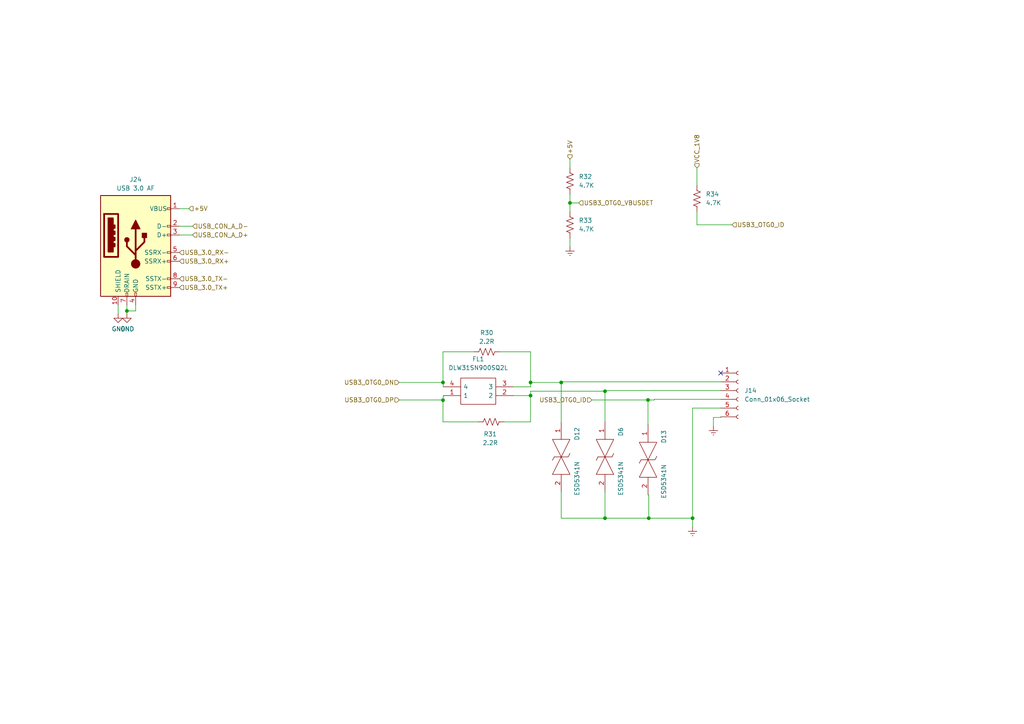
<source format=kicad_sch>
(kicad_sch (version 20230819) (generator eeschema)
  (paper "A4")
  (lib_symbols
    (symbol "Connector:Conn_01x06_Socket" (pin_names (offset 1.016) hide)
      (property "Reference" "J" (at 0 7.62 0))
      (property "Value" "Conn_01x06_Socket" (at 0 -10.16 0))
      (symbol "Conn_01x06_Socket_1_1"
        (arc (start 0 -7.112) (mid -0.5058 -7.62) (end 0 -8.128) (stroke (width 0.1524)))
        (arc (start 0 -4.572) (mid -0.5058 -5.08) (end 0 -5.588) (stroke (width 0.1524)))
        (arc (start 0 -2.032) (mid -0.5058 -2.54) (end 0 -3.048) (stroke (width 0.1524)))
        (polyline (pts (xy -1.27 -7.62) (xy -0.508 -7.62)) (stroke (width 0.1524)))
        (polyline (pts (xy -1.27 -5.08) (xy -0.508 -5.08)) (stroke (width 0.1524)))
        (polyline (pts (xy -1.27 -2.54) (xy -0.508 -2.54)) (stroke (width 0.1524)))
        (polyline (pts (xy -1.27 0) (xy -0.508 0)) (stroke (width 0.1524)))
        (polyline (pts (xy -1.27 2.54) (xy -0.508 2.54)) (stroke (width 0.1524)))
        (polyline (pts (xy -1.27 5.08) (xy -0.508 5.08)) (stroke (width 0.1524)))
        (arc (start 0 0.508) (mid -0.5058 0) (end 0 -0.508) (stroke (width 0.1524)))
        (arc (start 0 3.048) (mid -0.5058 2.54) (end 0 2.032) (stroke (width 0.1524)))
        (arc (start 0 5.588) (mid -0.5058 5.08) (end 0 4.572) (stroke (width 0.1524)))
        (pin passive line (at -5.08 5.08 0) (length 3.81) (name "Pin_1") (number "1"))
        (pin passive line (at -5.08 2.54 0) (length 3.81) (name "Pin_2") (number "2"))
        (pin passive line (at -5.08 0 0) (length 3.81) (name "Pin_3") (number "3"))
        (pin passive line (at -5.08 -2.54 0) (length 3.81) (name "Pin_4") (number "4"))
        (pin passive line (at -5.08 -5.08 0) (length 3.81) (name "Pin_5") (number "5"))
        (pin passive line (at -5.08 -7.62 0) (length 3.81) (name "Pin_6") (number "6"))
      )
    )
    (symbol "Connector:USB3_A" (pin_names (offset 1.016))
      (property "Reference" "J" (at -10.16 15.24 0))
      (property "Value" "USB3_A" (at 10.16 15.24 0))
      (symbol "USB3_A_0_0"
        (rectangle (start -9.144 8.636) (end -5.08 -3.81) (stroke (width 0.508)))
        (rectangle (start -7.874 7.366) (end -6.604 -2.286) (stroke (width 0.508)) (fill (type outline)))
        (rectangle (start -6.35 0) (end -6.096 -0.762) (stroke (width 0.508)))
        (rectangle (start -6.35 1.778) (end -6.096 1.016) (stroke (width 0.508)))
        (rectangle (start -6.35 3.556) (end -6.096 2.794) (stroke (width 0.508)))
        (rectangle (start -6.35 5.334) (end -6.096 4.572) (stroke (width 0.508)))
        (rectangle (start -2.794 -15.24) (end -2.286 -14.224))
        (rectangle (start -0.254 -15.24) (end 0.254 -14.224))
        (rectangle (start 10.16 -12.446) (end 9.144 -12.954))
        (rectangle (start 10.16 -9.906) (end 9.144 -10.414))
        (rectangle (start 10.16 -4.826) (end 9.144 -5.334))
        (rectangle (start 10.16 -2.286) (end 9.144 -2.794))
        (rectangle (start 10.16 2.794) (end 9.144 2.286))
        (rectangle (start 10.16 5.334) (end 9.144 4.826))
        (rectangle (start 10.16 10.414) (end 9.144 9.906))
      )
      (symbol "USB3_A_0_1"
        (rectangle (start -10.16 13.97) (end 10.16 -15.24) (stroke (width 0.254)) (fill (type background)))
      )
      (symbol "USB3_A_1_1"
        (circle (center -2.54 1.143) (radius 0.635) (stroke (width 0.254)) (fill (type outline)))
        (circle (center 0 -5.842) (radius 1.27) (fill (type outline)))
        (polyline (pts (xy 0 -5.842) (xy 0 4.318)) (stroke (width 0.508)))
        (polyline (pts (xy 0 -3.302) (xy -2.54 -0.762) (xy -2.54 0.508)) (stroke (width 0.508)))
        (polyline (pts (xy 0 -2.032) (xy 2.54 0.508) (xy 2.54 1.778)) (stroke (width 0.508)))
        (polyline (pts (xy -1.27 4.318) (xy 0 6.858) (xy 1.27 4.318) (xy -1.27 4.318)) (stroke (width 0.254)) (fill (type outline)))
        (rectangle (start 1.905 1.778) (end 3.175 3.048) (stroke (width 0.254)) (fill (type outline)))
        (pin power_in line (at 12.7 10.16 180) (length 2.54) (name "VBUS") (number "1"))
        (pin passive line (at -5.08 -17.78 90) (length 2.54) (name "SHIELD") (number "10"))
        (pin bidirectional line (at 12.7 5.08 180) (length 2.54) (name "D-") (number "2"))
        (pin bidirectional line (at 12.7 2.54 180) (length 2.54) (name "D+") (number "3"))
        (pin power_in line (at 0 -17.78 90) (length 2.54) (name "GND") (number "4"))
        (pin output line (at 12.7 -2.54 180) (length 2.54) (name "SSRX-") (number "5"))
        (pin output line (at 12.7 -5.08 180) (length 2.54) (name "SSRX+") (number "6"))
        (pin passive line (at -2.54 -17.78 90) (length 2.54) (name "DRAIN") (number "7"))
        (pin input line (at 12.7 -10.16 180) (length 2.54) (name "SSTX-") (number "8"))
        (pin input line (at 12.7 -12.7 180) (length 2.54) (name "SSTX+") (number "9"))
      )
    )
    (symbol "DLW31SN900SQ2L:DLW31SN900SQ2L" (pin_names (offset 0.762))
      (property "Reference" "FL" (at 16.51 7.62 0))
      (property "Value" "DLW31SN900SQ2L" (at 16.51 5.08 0))
      (symbol "DLW31SN900SQ2L_0_0"
        (pin passive line (at 0 -2.54 0) (length 5.08) (name "1") (number "1"))
        (pin passive line (at 20.32 -2.54 180) (length 5.08) (name "2") (number "2"))
        (pin passive line (at 20.32 0 180) (length 5.08) (name "3") (number "3"))
        (pin passive line (at 0 0 0) (length 5.08) (name "4") (number "4"))
      )
      (symbol "DLW31SN900SQ2L_0_1"
        (polyline (pts (xy 5.08 2.54) (xy 15.24 2.54) (xy 15.24 -5.08) (xy 5.08 -5.08) (xy 5.08 2.54)) (stroke (width 0.1524)))
      )
    )
    (symbol "Device:R_US" (pin_numbers hide) (pin_names (offset 0))
      (property "Reference" "R" (at 2.54 0 90))
      (property "Value" "R_US" (at -2.54 0 90))
      (symbol "R_US_0_1"
        (polyline (pts (xy 0 -2.286) (xy 0 -2.54)))
        (polyline (pts (xy 0 2.286) (xy 0 2.54)))
        (polyline (pts (xy 0 -0.762) (xy 1.016 -1.143) (xy 0 -1.524) (xy -1.016 -1.905) (xy 0 -2.286)))
        (polyline (pts (xy 0 0.762) (xy 1.016 0.381) (xy 0 0) (xy -1.016 -0.381) (xy 0 -0.762)))
        (polyline (pts (xy 0 2.286) (xy 1.016 1.905) (xy 0 1.524) (xy -1.016 1.143) (xy 0 0.762)))
      )
      (symbol "R_US_1_1"
        (pin passive line (at 0 3.81 270) (length 1.27) (name "~") (number "1"))
        (pin passive line (at 0 -3.81 90) (length 1.27) (name "~") (number "2"))
      )
    )
    (symbol "SP0402B-ULC-01ETG:SP0402B-ULC-01ETG" (pin_names (offset 0.762))
      (property "Reference" "D" (at 12.7 8.89 0))
      (property "Value" "SP0402B-ULC-01ETG" (at 12.7 6.35 0))
      (symbol "SP0402B-ULC-01ETG_0_0"
        (pin passive line (at 0 0 0) (length 5.08) (name "~") (number "1"))
        (pin passive line (at 20.32 0 180) (length 5.08) (name "~") (number "2"))
      )
      (symbol "SP0402B-ULC-01ETG_0_1"
        (polyline (pts (xy 9.144 2.54) (xy 10.16 2.032)) (stroke (width 0.1524)))
        (polyline (pts (xy 10.16 -2.032) (xy 10.16 2.032)) (stroke (width 0.1524)))
        (polyline (pts (xy 10.16 -2.032) (xy 11.176 -2.54)) (stroke (width 0.1524)))
        (polyline (pts (xy 10.16 0) (xy 5.08 -2.54) (xy 5.08 2.54) (xy 10.16 0)) (stroke (width 0.1524)))
        (polyline (pts (xy 10.16 0) (xy 15.24 -2.54) (xy 15.24 2.54) (xy 10.16 0)) (stroke (width 0.1524)))
      )
    )
    (symbol "power:Earth" (power) (pin_names (offset 0))
      (symbol "Earth_0_1"
        (polyline (pts (xy -0.635 -1.905) (xy 0.635 -1.905)))
        (polyline (pts (xy -0.127 -2.54) (xy 0.127 -2.54)))
        (polyline (pts (xy 0 -1.27) (xy 0 0)))
        (polyline (pts (xy 1.27 -1.27) (xy -1.27 -1.27)))
      )
      (symbol "Earth_1_1"
        (pin power_in line (at 0 0 270) (length 0) hide (name "Earth") (number "1"))
      )
    )
    (symbol "power:GND" (power) (pin_names (offset 0))
      (property "Value" "GND" (at 0 -3.81 0))
      (symbol "GND_0_1"
        (polyline (pts (xy 0 0) (xy 0 -1.27) (xy 1.27 -1.27) (xy 0 -2.54) (xy -1.27 -1.27) (xy 0 -1.27)))
      )
      (symbol "GND_1_1"
        (pin power_in line (at 0 0 270) (length 0) hide (name "GND") (number "1"))
      )
    )
  )
  (junction (at 165.3132 58.8557))
  (junction (at 162.7732 110.9257))
  (junction (at 188.1675 150.2957))
  (junction (at 128.4832 110.9257))
  (junction (at 153.8832 114.7367))
  (junction (at 175.4732 150.2957))
  (junction (at 128.4832 116.0685))
  (junction (at 200.8732 150.2957))
  (junction (at 187.9431 116.0057))
  (junction (at 153.8832 110.9257))
  (junction (at 36.8055 90.1822))
  (junction (at 175.4732 113.4657))
  (no_connect (at 209.042 108.204))
  (wire (pts (xy 189.7619 115.824) (xy 209.042 115.824)))
  (wire (pts (xy 202.1432 65.2057) (xy 212.3032 65.2057)))
  (wire (pts (xy 175.4732 150.2957) (xy 188.1675 150.2957)))
  (wire (pts (xy 153.8832 122.3557) (xy 146.2632 122.3557)))
  (wire (pts (xy 128.5532 112.1967) (xy 128.5532 110.9257)))
  (wire (pts (xy 128.5532 110.9257) (xy 128.4832 110.9257)))
  (wire (pts (xy 187.9431 123.19) (xy 187.96 123.19)))
  (wire (pts (xy 128.5532 116.0685) (xy 128.4832 116.0685)))
  (wire (pts (xy 165.3132 56.3157) (xy 165.3132 58.8557)))
  (wire (pts (xy 128.5532 114.7367) (xy 128.5532 116.0685)))
  (wire (pts (xy 202.1432 48.6957) (xy 202.1432 53.7757)))
  (wire (pts (xy 162.7732 150.2957) (xy 175.4732 150.2957)))
  (wire (pts (xy 115.7832 116.0057) (xy 128.4832 116.0057)))
  (wire (pts (xy 188.1675 150.2957) (xy 188.1675 143.51)))
  (wire (pts (xy 162.7732 110.744) (xy 162.7732 110.9257)))
  (wire (pts (xy 39.3455 90.1822) (xy 36.8055 90.1822)))
  (wire (pts (xy 162.7732 150.2957) (xy 162.7732 142.6757)))
  (wire (pts (xy 206.9135 121.0783) (xy 206.9135 123.6183)))
  (wire (pts (xy 162.7732 110.744) (xy 209.042 110.744)))
  (wire (pts (xy 175.4732 113.4657) (xy 175.4732 122.3557)))
  (wire (pts (xy 175.4732 113.4657) (xy 153.8832 113.4657)))
  (wire (pts (xy 153.8832 114.7367) (xy 153.8832 122.3557)))
  (wire (pts (xy 138.6432 122.3557) (xy 128.4832 122.3557)))
  (wire (pts (xy 128.4832 122.3557) (xy 128.4832 116.0685)))
  (wire (pts (xy 202.1432 61.3957) (xy 202.1432 65.2057)))
  (wire (pts (xy 36.8055 90.1822) (xy 36.8055 88.4767)))
  (wire (pts (xy 137.3732 102.0357) (xy 128.4832 102.0357)))
  (wire (pts (xy 209.042 113.284) (xy 175.4732 113.284)))
  (wire (pts (xy 128.4832 102.0357) (xy 128.4832 110.9257)))
  (wire (pts (xy 162.7732 110.9257) (xy 162.7732 122.3557)))
  (wire (pts (xy 165.3132 69.0157) (xy 165.3132 71.5557)))
  (wire (pts (xy 34.2655 91.0167) (xy 34.2655 88.4767)))
  (wire (pts (xy 36.8055 91.0167) (xy 36.8055 90.1822)))
  (wire (pts (xy 128.4832 116.0685) (xy 128.4832 116.0057)))
  (wire (pts (xy 188.1675 143.51) (xy 187.96 143.51)))
  (wire (pts (xy 54.7615 60.4945) (xy 54.7615 60.5367)))
  (wire (pts (xy 148.8732 112.1967) (xy 153.8832 112.1967)))
  (wire (pts (xy 209.042 121.0783) (xy 209.042 120.904)))
  (wire (pts (xy 39.3455 88.4767) (xy 39.3455 90.1822)))
  (wire (pts (xy 55.8555 65.6167) (xy 52.0455 65.6167)))
  (wire (pts (xy 200.8732 150.2957) (xy 200.8732 152.8357)))
  (wire (pts (xy 187.9431 116.0057) (xy 187.9431 123.19)))
  (wire (pts (xy 189.7619 116.0057) (xy 187.9431 116.0057)))
  (wire (pts (xy 54.7615 60.5367) (xy 52.0455 60.5367)))
  (wire (pts (xy 175.4732 113.284) (xy 175.4732 113.4657)))
  (wire (pts (xy 144.9932 102.0357) (xy 153.8832 102.0357)))
  (wire (pts (xy 188.1675 150.2957) (xy 200.8732 150.2957)))
  (wire (pts (xy 165.3132 58.8557) (xy 165.3132 61.3957)))
  (wire (pts (xy 52.0455 68.1567) (xy 55.8555 68.1567)))
  (wire (pts (xy 200.8732 118.364) (xy 200.8732 150.2957)))
  (wire (pts (xy 175.4732 150.2957) (xy 175.4732 142.6757)))
  (wire (pts (xy 167.8532 58.8557) (xy 165.3132 58.8557)))
  (wire (pts (xy 171.6632 116.0057) (xy 187.9431 116.0057)))
  (wire (pts (xy 148.8732 114.7367) (xy 153.8832 114.7367)))
  (wire (pts (xy 206.9135 121.0783) (xy 209.042 121.0783)))
  (wire (pts (xy 153.8832 112.1967) (xy 153.8832 110.9257)))
  (wire (pts (xy 153.8832 102.0357) (xy 153.8832 110.9257)))
  (wire (pts (xy 153.8832 113.4657) (xy 153.8832 114.7367)))
  (wire (pts (xy 153.8832 110.9257) (xy 162.7732 110.9257)))
  (wire (pts (xy 189.7619 115.824) (xy 189.7619 116.0057)))
  (wire (pts (xy 209.042 118.364) (xy 200.8732 118.364)))
  (wire (pts (xy 115.7832 110.9257) (xy 128.4832 110.9257)))
  (wire (pts (xy 165.3132 46.1557) (xy 165.3132 48.6957)))
  (hierarchical_label "USB_CON_A_D-" (shape input) (at 55.8555 65.6167 0))
  (hierarchical_label "VCC_1V8" (shape input) (at 202.1432 48.6957 90))
  (hierarchical_label "USB_3.0_RX-" (shape input) (at 52.0455 73.2367 0))
  (hierarchical_label "USB_3.0_TX+" (shape input) (at 52.0455 83.3967 0))
  (hierarchical_label "USB3_OTG0_ID" (shape input) (at 212.3032 65.2057 0))
  (hierarchical_label "USB_3.0_RX+" (shape input) (at 52.0455 75.7767 0))
  (hierarchical_label "+5V" (shape input) (at 165.3132 46.1557 90))
  (hierarchical_label "USB_3.0_TX-" (shape input) (at 52.0455 80.8567 0))
  (hierarchical_label "USB3_OTG0_ID" (shape input) (at 171.6632 116.0057 180))
  (hierarchical_label "USB_CON_A_D+" (shape input) (at 55.8555 68.1567 0))
  (hierarchical_label "+5V" (shape input) (at 54.7615 60.4945 0))
  (hierarchical_label "USB3_OTG0_DP" (shape input) (at 115.7832 116.0057 180))
  (hierarchical_label "USB3_OTG0_VBUSDET" (shape input) (at 167.8532 58.8557 0))
  (hierarchical_label "USB3_OTG0_DN" (shape input) (at 115.7832 110.9257 180))
  (symbol (lib_id "SP0402B-ULC-01ETG:SP0402B-ULC-01ETG") (at 175.4732 122.3557 270) (unit 1)
    (property "Reference" "D6" (at 180.0452 123.8797 0) (effects (justify left)))
    (property "Value" "ESD5341N" (at 180.0452 133.7857 0) (effects (justify left)))
    (property "Footprint" "ESD5341N:ESD5341N" (effects hide))
    (property "Datasheet" "https://www.mouser.com/datasheet/2/240/Littelfuse_TVS_Diode_Array_Ultra_Low_Capacitance_D-1021420.pdf" (effects hide))
    (property "Description" "ESD Suppressors / TVS Diodes 5V .13pF 20kV" (effects hide))
    (property "Manufacturer_Name" "LITTELFUSE" (effects hide))
    (property "Manufacturer_Part_Number" "SP0402B-ULC-01ETG" (effects hide))
    (property "Mouser Part Number" "576-SP0402BULC-01ETG" (effects hide))
    (property "Mouser Price/Stock" "https://www.mouser.co.uk/ProductDetail/Littelfuse/SP0402B-ULC-01ETG?qs=lM4gFlnEeENx4cnTNlk34g%3D%3D" (effects hide))
    (property "Arrow Part Number" "SP0402B-ULC-01ETG" (effects hide))
    (property "Arrow Price/Stock" "https://www.arrow.com/en/products/sp0402b-ulc-01etg/littelfuse?region=nac" (effects hide))
  )
  (symbol (lib_id "power:Earth") (at 200.8732 152.8357 0) (unit 1)
    (property "Reference" "#PWR073" (effects hide))
    (property "Value" "Earth" (effects hide))
    (property "Description" "Power symbol creates a global label with name \"Earth\"" (effects hide))
  )
  (symbol (lib_id "power:GND") (at 34.2655 91.0167 0) (unit 1)
    (property "Reference" "#PWR065" (effects hide))
    (property "Value" "GND" (at 34.3925 95.4109 0))
  )
  (symbol (lib_id "Connector:Conn_01x06_Socket") (at 214.122 113.284 0) (unit 1)
    (property "Reference" "J14" (at 215.9 113.2839 0) (effects (justify left)))
    (property "Value" "Conn_01x06_Socket" (at 215.9 115.8239 0) (effects (justify left)))
    (property "Footprint" "Connector_PinSocket_2.00mm:PinSocket_1x06_P2.00mm_Vertical" (effects hide))
    (property "Description" "Generic connector, single row, 01x06, script generated" (effects hide))
  )
  (symbol (lib_id "power:GND") (at 36.8055 91.0167 0) (unit 1)
    (property "Reference" "#PWR066" (effects hide))
    (property "Value" "GND" (at 36.9325 95.4109 0))
  )
  (symbol (lib_id "SP0402B-ULC-01ETG:SP0402B-ULC-01ETG") (at 187.96 123.19 270) (unit 1)
    (property "Reference" "D13" (at 192.532 124.714 0) (effects (justify left)))
    (property "Value" "ESD5341N" (at 192.532 134.62 0) (effects (justify left)))
    (property "Footprint" "ESD5341N:ESD5341N" (effects hide))
    (property "Datasheet" "https://www.mouser.com/datasheet/2/240/Littelfuse_TVS_Diode_Array_Ultra_Low_Capacitance_D-1021420.pdf" (effects hide))
    (property "Description" "ESD Suppressors / TVS Diodes 5V .13pF 20kV" (effects hide))
    (property "Manufacturer_Name" "LITTELFUSE" (effects hide))
    (property "Manufacturer_Part_Number" "SP0402B-ULC-01ETG" (effects hide))
    (property "Mouser Part Number" "576-SP0402BULC-01ETG" (effects hide))
    (property "Mouser Price/Stock" "https://www.mouser.co.uk/ProductDetail/Littelfuse/SP0402B-ULC-01ETG?qs=lM4gFlnEeENx4cnTNlk34g%3D%3D" (effects hide))
    (property "Arrow Part Number" "SP0402B-ULC-01ETG" (effects hide))
    (property "Arrow Price/Stock" "https://www.arrow.com/en/products/sp0402b-ulc-01etg/littelfuse?region=nac" (effects hide))
  )
  (symbol (lib_id "Device:R_US") (at 142.4532 122.3557 90) (unit 1)
    (property "Reference" "R31" (at 142.1992 125.9117 90))
    (property "Value" "2.2R" (at 142.1992 128.4517 90))
    (property "Footprint" "Resistor_SMD:R_0402_1005Metric" (effects hide))
    (property "Description" "Resistor, US symbol" (effects hide))
  )
  (symbol (lib_id "Device:R_US") (at 202.1432 57.5857 0) (unit 1)
    (property "Reference" "R34" (at 204.6832 56.3156 0) (effects (justify left)))
    (property "Value" "4.7K" (at 204.6832 58.8556 0) (effects (justify left)))
    (property "Footprint" "Resistor_SMD:R_0603_1608Metric" (effects hide))
    (property "Description" "Resistor, US symbol" (effects hide))
  )
  (symbol (lib_id "Device:R_US") (at 165.3132 65.2057 0) (unit 1)
    (property "Reference" "R33" (at 167.8532 63.9356 0) (effects (justify left)))
    (property "Value" "4.7K" (at 167.8532 66.4756 0) (effects (justify left)))
    (property "Footprint" "Resistor_SMD:R_0603_1608Metric" (effects hide))
    (property "Description" "Resistor, US symbol" (effects hide))
  )
  (symbol (lib_id "DLW31SN900SQ2L:DLW31SN900SQ2L") (at 128.5532 112.1967 0) (unit 1)
    (property "Reference" "FL1" (at 138.7132 104.14 0))
    (property "Value" "DLW31SN900SQ2L" (at 138.7132 106.68 0))
    (property "Footprint" "DLW31SN900SQ2L:DLW31SH222SQ2L" (effects hide))
    (property "Datasheet" "https://www.murata.com/en-us/products/productdetail?partno=DLW31SN900SQ2%23" (effects hide))
    (property "Description" "Common mode choke SMD 1206 370mA 90R Murata DLW31S Series Wire-wound SMD Inductor +/-25% Wire-Wound 370mA Idc" (effects hide))
    (property "Height" "2.1" (effects hide))
    (property "Manufacturer_Name" "Murata Electronics" (effects hide))
    (property "Manufacturer_Part_Number" "DLW31SN900SQ2L" (effects hide))
    (property "Mouser Part Number" "81-DLW31SN900SQ2L" (effects hide))
    (property "Mouser Price/Stock" "https://www.mouser.co.uk/ProductDetail/Murata-Electronics/DLW31SN900SQ2L?qs=MvDi5e8ZjmVQKH%2F%2FPPGwmg%3D%3D" (effects hide))
    (property "Arrow Part Number" "DLW31SN900SQ2L" (effects hide))
    (property "Arrow Price/Stock" "https://www.arrow.com/en/products/dlw31sn900sq2l/murata-manufacturing?region=nac" (effects hide))
  )
  (symbol (lib_id "power:Earth") (at 206.9135 123.6183 0) (unit 1)
    (property "Reference" "#PWR075" (effects hide))
    (property "Value" "Earth" (effects hide))
    (property "Description" "Power symbol creates a global label with name \"Earth\"" (effects hide))
  )
  (symbol (lib_id "SP0402B-ULC-01ETG:SP0402B-ULC-01ETG") (at 162.7732 122.3557 270) (unit 1)
    (property "Reference" "D12" (at 167.3452 123.8797 0) (effects (justify left)))
    (property "Value" "ESD5341N" (at 167.3452 133.7857 0) (effects (justify left)))
    (property "Footprint" "ESD5341N:ESD5341N" (effects hide))
    (property "Datasheet" "https://www.mouser.com/datasheet/2/240/Littelfuse_TVS_Diode_Array_Ultra_Low_Capacitance_D-1021420.pdf" (effects hide))
    (property "Description" "ESD Suppressors / TVS Diodes 5V .13pF 20kV" (effects hide))
    (property "Manufacturer_Name" "LITTELFUSE" (effects hide))
    (property "Manufacturer_Part_Number" "SP0402B-ULC-01ETG" (effects hide))
    (property "Mouser Part Number" "576-SP0402BULC-01ETG" (effects hide))
    (property "Mouser Price/Stock" "https://www.mouser.co.uk/ProductDetail/Littelfuse/SP0402B-ULC-01ETG?qs=lM4gFlnEeENx4cnTNlk34g%3D%3D" (effects hide))
    (property "Arrow Part Number" "SP0402B-ULC-01ETG" (effects hide))
    (property "Arrow Price/Stock" "https://www.arrow.com/en/products/sp0402b-ulc-01etg/littelfuse?region=nac" (effects hide))
  )
  (symbol (lib_id "power:Earth") (at 165.3132 71.5557 0) (unit 1)
    (property "Reference" "#PWR072" (effects hide))
    (property "Value" "Earth" (effects hide))
    (property "Description" "Power symbol creates a global label with name \"Earth\"" (effects hide))
  )
  (symbol (lib_id "Device:R_US") (at 165.3132 52.5057 0) (unit 1)
    (property "Reference" "R32" (at 167.8532 51.2356 0) (effects (justify left)))
    (property "Value" "4.7K" (at 167.8532 53.7756 0) (effects (justify left)))
    (property "Footprint" "Resistor_SMD:R_0603_1608Metric" (effects hide))
    (property "Description" "Resistor, US symbol" (effects hide))
  )
  (symbol (lib_id "Device:R_US") (at 141.1832 102.0357 90) (unit 1)
    (property "Reference" "R30" (at 141.1832 96.52 90))
    (property "Value" "2.2R" (at 141.1832 99.06 90))
    (property "Footprint" "Resistor_SMD:R_0402_1005Metric" (effects hide))
    (property "Description" "Resistor, US symbol" (effects hide))
  )
  (symbol (lib_id "Connector:USB3_A") (at 39.3455 70.6967 0) (unit 1)
    (property "Reference" "J24" (at 39.3455 52.07 0))
    (property "Value" "USB 3.0 AF" (at 39.3455 54.61 0))
    (property "Footprint" "Connector_USB:CP-USB-3015" (effects hide))
    (property "Description" "USB 3.0 A connector" (effects hide))
  )
)
</source>
